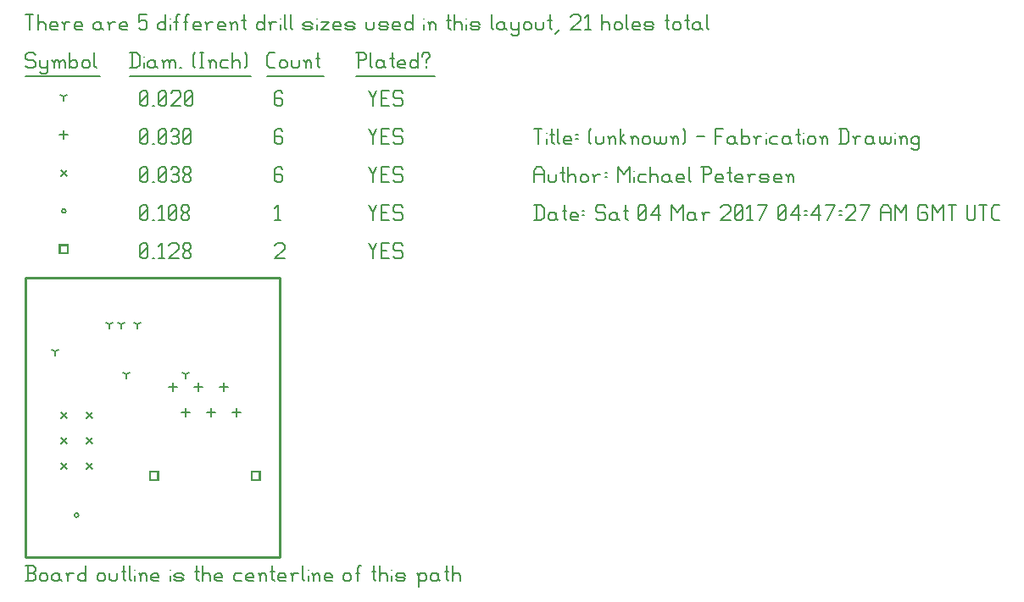
<source format=gbr>
G04 start of page 12 for group -3984 idx -3984 *
G04 Title: (unknown), fab *
G04 Creator: pcb 20140316 *
G04 CreationDate: Sat 04 Mar 2017 04:47:27 AM GMT UTC *
G04 For: petersen *
G04 Format: Gerber/RS-274X *
G04 PCB-Dimensions (mil): 1000.00 1100.00 *
G04 PCB-Coordinate-Origin: lower left *
%MOIN*%
%FSLAX25Y25*%
%LNFAB*%
%ADD72C,0.0100*%
%ADD71C,0.0075*%
%ADD70C,0.0060*%
%ADD69R,0.0080X0.0080*%
G54D69*X48900Y33600D02*X52100D01*
X48900D02*Y30400D01*
X52100D01*
Y33600D02*Y30400D01*
X88900Y33600D02*X92100D01*
X88900D02*Y30400D01*
X92100D01*
Y33600D02*Y30400D01*
X13400Y122850D02*X16600D01*
X13400D02*Y119650D01*
X16600D01*
Y122850D02*Y119650D01*
G54D70*X135000Y123500D02*X136500Y120500D01*
X138000Y123500D01*
X136500Y120500D02*Y117500D01*
X139800Y120800D02*X142050D01*
X139800Y117500D02*X142800D01*
X139800Y123500D02*Y117500D01*
Y123500D02*X142800D01*
X147600D02*X148350Y122750D01*
X145350Y123500D02*X147600D01*
X144600Y122750D02*X145350Y123500D01*
X144600Y122750D02*Y121250D01*
X145350Y120500D01*
X147600D01*
X148350Y119750D01*
Y118250D01*
X147600Y117500D02*X148350Y118250D01*
X145350Y117500D02*X147600D01*
X144600Y118250D02*X145350Y117500D01*
X98000Y122750D02*X98750Y123500D01*
X101000D01*
X101750Y122750D01*
Y121250D01*
X98000Y117500D02*X101750Y121250D01*
X98000Y117500D02*X101750D01*
X45000Y118250D02*X45750Y117500D01*
X45000Y122750D02*Y118250D01*
Y122750D02*X45750Y123500D01*
X47250D01*
X48000Y122750D01*
Y118250D01*
X47250Y117500D02*X48000Y118250D01*
X45750Y117500D02*X47250D01*
X45000Y119000D02*X48000Y122000D01*
X49800Y117500D02*X50550D01*
X52350Y122300D02*X53550Y123500D01*
Y117500D01*
X52350D02*X54600D01*
X56400Y122750D02*X57150Y123500D01*
X59400D01*
X60150Y122750D01*
Y121250D01*
X56400Y117500D02*X60150Y121250D01*
X56400Y117500D02*X60150D01*
X61950Y118250D02*X62700Y117500D01*
X61950Y119450D02*Y118250D01*
Y119450D02*X63000Y120500D01*
X63900D01*
X64950Y119450D01*
Y118250D01*
X64200Y117500D02*X64950Y118250D01*
X62700Y117500D02*X64200D01*
X61950Y121550D02*X63000Y120500D01*
X61950Y122750D02*Y121550D01*
Y122750D02*X62700Y123500D01*
X64200D01*
X64950Y122750D01*
Y121550D01*
X63900Y120500D02*X64950Y121550D01*
X19200Y16500D02*G75*G03X20800Y16500I800J0D01*G01*
G75*G03X19200Y16500I-800J0D01*G01*
X14200Y136250D02*G75*G03X15800Y136250I800J0D01*G01*
G75*G03X14200Y136250I-800J0D01*G01*
X135000Y138500D02*X136500Y135500D01*
X138000Y138500D01*
X136500Y135500D02*Y132500D01*
X139800Y135800D02*X142050D01*
X139800Y132500D02*X142800D01*
X139800Y138500D02*Y132500D01*
Y138500D02*X142800D01*
X147600D02*X148350Y137750D01*
X145350Y138500D02*X147600D01*
X144600Y137750D02*X145350Y138500D01*
X144600Y137750D02*Y136250D01*
X145350Y135500D01*
X147600D01*
X148350Y134750D01*
Y133250D01*
X147600Y132500D02*X148350Y133250D01*
X145350Y132500D02*X147600D01*
X144600Y133250D02*X145350Y132500D01*
X98000Y137300D02*X99200Y138500D01*
Y132500D01*
X98000D02*X100250D01*
X45000Y133250D02*X45750Y132500D01*
X45000Y137750D02*Y133250D01*
Y137750D02*X45750Y138500D01*
X47250D01*
X48000Y137750D01*
Y133250D01*
X47250Y132500D02*X48000Y133250D01*
X45750Y132500D02*X47250D01*
X45000Y134000D02*X48000Y137000D01*
X49800Y132500D02*X50550D01*
X52350Y137300D02*X53550Y138500D01*
Y132500D01*
X52350D02*X54600D01*
X56400Y133250D02*X57150Y132500D01*
X56400Y137750D02*Y133250D01*
Y137750D02*X57150Y138500D01*
X58650D01*
X59400Y137750D01*
Y133250D01*
X58650Y132500D02*X59400Y133250D01*
X57150Y132500D02*X58650D01*
X56400Y134000D02*X59400Y137000D01*
X61200Y133250D02*X61950Y132500D01*
X61200Y134450D02*Y133250D01*
Y134450D02*X62250Y135500D01*
X63150D01*
X64200Y134450D01*
Y133250D01*
X63450Y132500D02*X64200Y133250D01*
X61950Y132500D02*X63450D01*
X61200Y136550D02*X62250Y135500D01*
X61200Y137750D02*Y136550D01*
Y137750D02*X61950Y138500D01*
X63450D01*
X64200Y137750D01*
Y136550D01*
X63150Y135500D02*X64200Y136550D01*
X23800Y36900D02*X26200Y34500D01*
X23800D02*X26200Y36900D01*
X23800Y46900D02*X26200Y44500D01*
X23800D02*X26200Y46900D01*
X23800Y56900D02*X26200Y54500D01*
X23800D02*X26200Y56900D01*
X13800Y36900D02*X16200Y34500D01*
X13800D02*X16200Y36900D01*
X13800Y46900D02*X16200Y44500D01*
X13800D02*X16200Y46900D01*
X13800Y56900D02*X16200Y54500D01*
X13800D02*X16200Y56900D01*
X13800Y152450D02*X16200Y150050D01*
X13800D02*X16200Y152450D01*
X135000Y153500D02*X136500Y150500D01*
X138000Y153500D01*
X136500Y150500D02*Y147500D01*
X139800Y150800D02*X142050D01*
X139800Y147500D02*X142800D01*
X139800Y153500D02*Y147500D01*
Y153500D02*X142800D01*
X147600D02*X148350Y152750D01*
X145350Y153500D02*X147600D01*
X144600Y152750D02*X145350Y153500D01*
X144600Y152750D02*Y151250D01*
X145350Y150500D01*
X147600D01*
X148350Y149750D01*
Y148250D01*
X147600Y147500D02*X148350Y148250D01*
X145350Y147500D02*X147600D01*
X144600Y148250D02*X145350Y147500D01*
X100250Y153500D02*X101000Y152750D01*
X98750Y153500D02*X100250D01*
X98000Y152750D02*X98750Y153500D01*
X98000Y152750D02*Y148250D01*
X98750Y147500D01*
X100250Y150800D02*X101000Y150050D01*
X98000Y150800D02*X100250D01*
X98750Y147500D02*X100250D01*
X101000Y148250D01*
Y150050D02*Y148250D01*
X45000D02*X45750Y147500D01*
X45000Y152750D02*Y148250D01*
Y152750D02*X45750Y153500D01*
X47250D01*
X48000Y152750D01*
Y148250D01*
X47250Y147500D02*X48000Y148250D01*
X45750Y147500D02*X47250D01*
X45000Y149000D02*X48000Y152000D01*
X49800Y147500D02*X50550D01*
X52350Y148250D02*X53100Y147500D01*
X52350Y152750D02*Y148250D01*
Y152750D02*X53100Y153500D01*
X54600D01*
X55350Y152750D01*
Y148250D01*
X54600Y147500D02*X55350Y148250D01*
X53100Y147500D02*X54600D01*
X52350Y149000D02*X55350Y152000D01*
X57150Y152750D02*X57900Y153500D01*
X59400D01*
X60150Y152750D01*
X59400Y147500D02*X60150Y148250D01*
X57900Y147500D02*X59400D01*
X57150Y148250D02*X57900Y147500D01*
Y150800D02*X59400D01*
X60150Y152750D02*Y151550D01*
Y150050D02*Y148250D01*
Y150050D02*X59400Y150800D01*
X60150Y151550D02*X59400Y150800D01*
X61950Y148250D02*X62700Y147500D01*
X61950Y149450D02*Y148250D01*
Y149450D02*X63000Y150500D01*
X63900D01*
X64950Y149450D01*
Y148250D01*
X64200Y147500D02*X64950Y148250D01*
X62700Y147500D02*X64200D01*
X61950Y151550D02*X63000Y150500D01*
X61950Y152750D02*Y151550D01*
Y152750D02*X62700Y153500D01*
X64200D01*
X64950Y152750D01*
Y151550D01*
X63900Y150500D02*X64950Y151550D01*
X58000Y68600D02*Y65400D01*
X56400Y67000D02*X59600D01*
X63000Y58600D02*Y55400D01*
X61400Y57000D02*X64600D01*
X68000Y68600D02*Y65400D01*
X66400Y67000D02*X69600D01*
X73000Y58600D02*Y55400D01*
X71400Y57000D02*X74600D01*
X78000Y68600D02*Y65400D01*
X76400Y67000D02*X79600D01*
X83000Y58600D02*Y55400D01*
X81400Y57000D02*X84600D01*
X15000Y167850D02*Y164650D01*
X13400Y166250D02*X16600D01*
X135000Y168500D02*X136500Y165500D01*
X138000Y168500D01*
X136500Y165500D02*Y162500D01*
X139800Y165800D02*X142050D01*
X139800Y162500D02*X142800D01*
X139800Y168500D02*Y162500D01*
Y168500D02*X142800D01*
X147600D02*X148350Y167750D01*
X145350Y168500D02*X147600D01*
X144600Y167750D02*X145350Y168500D01*
X144600Y167750D02*Y166250D01*
X145350Y165500D01*
X147600D01*
X148350Y164750D01*
Y163250D01*
X147600Y162500D02*X148350Y163250D01*
X145350Y162500D02*X147600D01*
X144600Y163250D02*X145350Y162500D01*
X100250Y168500D02*X101000Y167750D01*
X98750Y168500D02*X100250D01*
X98000Y167750D02*X98750Y168500D01*
X98000Y167750D02*Y163250D01*
X98750Y162500D01*
X100250Y165800D02*X101000Y165050D01*
X98000Y165800D02*X100250D01*
X98750Y162500D02*X100250D01*
X101000Y163250D01*
Y165050D02*Y163250D01*
X45000D02*X45750Y162500D01*
X45000Y167750D02*Y163250D01*
Y167750D02*X45750Y168500D01*
X47250D01*
X48000Y167750D01*
Y163250D01*
X47250Y162500D02*X48000Y163250D01*
X45750Y162500D02*X47250D01*
X45000Y164000D02*X48000Y167000D01*
X49800Y162500D02*X50550D01*
X52350Y163250D02*X53100Y162500D01*
X52350Y167750D02*Y163250D01*
Y167750D02*X53100Y168500D01*
X54600D01*
X55350Y167750D01*
Y163250D01*
X54600Y162500D02*X55350Y163250D01*
X53100Y162500D02*X54600D01*
X52350Y164000D02*X55350Y167000D01*
X57150Y167750D02*X57900Y168500D01*
X59400D01*
X60150Y167750D01*
X59400Y162500D02*X60150Y163250D01*
X57900Y162500D02*X59400D01*
X57150Y163250D02*X57900Y162500D01*
Y165800D02*X59400D01*
X60150Y167750D02*Y166550D01*
Y165050D02*Y163250D01*
Y165050D02*X59400Y165800D01*
X60150Y166550D02*X59400Y165800D01*
X61950Y163250D02*X62700Y162500D01*
X61950Y167750D02*Y163250D01*
Y167750D02*X62700Y168500D01*
X64200D01*
X64950Y167750D01*
Y163250D01*
X64200Y162500D02*X64950Y163250D01*
X62700Y162500D02*X64200D01*
X61950Y164000D02*X64950Y167000D01*
X33000Y91500D02*Y89900D01*
Y91500D02*X34387Y92300D01*
X33000Y91500D02*X31613Y92300D01*
X37500Y91500D02*Y89900D01*
Y91500D02*X38887Y92300D01*
X37500Y91500D02*X36113Y92300D01*
X44000Y91500D02*Y89900D01*
Y91500D02*X45387Y92300D01*
X44000Y91500D02*X42613Y92300D01*
X11652Y81000D02*Y79400D01*
Y81000D02*X13039Y81800D01*
X11652Y81000D02*X10265Y81800D01*
X63000Y72000D02*Y70400D01*
Y72000D02*X64387Y72800D01*
X63000Y72000D02*X61613Y72800D01*
X39500Y72000D02*Y70400D01*
Y72000D02*X40887Y72800D01*
X39500Y72000D02*X38113Y72800D01*
X15000Y181250D02*Y179650D01*
Y181250D02*X16387Y182050D01*
X15000Y181250D02*X13613Y182050D01*
X135000Y183500D02*X136500Y180500D01*
X138000Y183500D01*
X136500Y180500D02*Y177500D01*
X139800Y180800D02*X142050D01*
X139800Y177500D02*X142800D01*
X139800Y183500D02*Y177500D01*
Y183500D02*X142800D01*
X147600D02*X148350Y182750D01*
X145350Y183500D02*X147600D01*
X144600Y182750D02*X145350Y183500D01*
X144600Y182750D02*Y181250D01*
X145350Y180500D01*
X147600D01*
X148350Y179750D01*
Y178250D01*
X147600Y177500D02*X148350Y178250D01*
X145350Y177500D02*X147600D01*
X144600Y178250D02*X145350Y177500D01*
X100250Y183500D02*X101000Y182750D01*
X98750Y183500D02*X100250D01*
X98000Y182750D02*X98750Y183500D01*
X98000Y182750D02*Y178250D01*
X98750Y177500D01*
X100250Y180800D02*X101000Y180050D01*
X98000Y180800D02*X100250D01*
X98750Y177500D02*X100250D01*
X101000Y178250D01*
Y180050D02*Y178250D01*
X45000D02*X45750Y177500D01*
X45000Y182750D02*Y178250D01*
Y182750D02*X45750Y183500D01*
X47250D01*
X48000Y182750D01*
Y178250D01*
X47250Y177500D02*X48000Y178250D01*
X45750Y177500D02*X47250D01*
X45000Y179000D02*X48000Y182000D01*
X49800Y177500D02*X50550D01*
X52350Y178250D02*X53100Y177500D01*
X52350Y182750D02*Y178250D01*
Y182750D02*X53100Y183500D01*
X54600D01*
X55350Y182750D01*
Y178250D01*
X54600Y177500D02*X55350Y178250D01*
X53100Y177500D02*X54600D01*
X52350Y179000D02*X55350Y182000D01*
X57150Y182750D02*X57900Y183500D01*
X60150D01*
X60900Y182750D01*
Y181250D01*
X57150Y177500D02*X60900Y181250D01*
X57150Y177500D02*X60900D01*
X62700Y178250D02*X63450Y177500D01*
X62700Y182750D02*Y178250D01*
Y182750D02*X63450Y183500D01*
X64950D01*
X65700Y182750D01*
Y178250D01*
X64950Y177500D02*X65700Y178250D01*
X63450Y177500D02*X64950D01*
X62700Y179000D02*X65700Y182000D01*
X3000Y198500D02*X3750Y197750D01*
X750Y198500D02*X3000D01*
X0Y197750D02*X750Y198500D01*
X0Y197750D02*Y196250D01*
X750Y195500D01*
X3000D01*
X3750Y194750D01*
Y193250D01*
X3000Y192500D02*X3750Y193250D01*
X750Y192500D02*X3000D01*
X0Y193250D02*X750Y192500D01*
X5550Y195500D02*Y193250D01*
X6300Y192500D01*
X8550Y195500D02*Y191000D01*
X7800Y190250D02*X8550Y191000D01*
X6300Y190250D02*X7800D01*
X5550Y191000D02*X6300Y190250D01*
Y192500D02*X7800D01*
X8550Y193250D01*
X11100Y194750D02*Y192500D01*
Y194750D02*X11850Y195500D01*
X12600D01*
X13350Y194750D01*
Y192500D01*
Y194750D02*X14100Y195500D01*
X14850D01*
X15600Y194750D01*
Y192500D01*
X10350Y195500D02*X11100Y194750D01*
X17400Y198500D02*Y192500D01*
Y193250D02*X18150Y192500D01*
X19650D01*
X20400Y193250D01*
Y194750D02*Y193250D01*
X19650Y195500D02*X20400Y194750D01*
X18150Y195500D02*X19650D01*
X17400Y194750D02*X18150Y195500D01*
X22200Y194750D02*Y193250D01*
Y194750D02*X22950Y195500D01*
X24450D01*
X25200Y194750D01*
Y193250D01*
X24450Y192500D02*X25200Y193250D01*
X22950Y192500D02*X24450D01*
X22200Y193250D02*X22950Y192500D01*
X27000Y198500D02*Y193250D01*
X27750Y192500D01*
X0Y189250D02*X29250D01*
X41750Y198500D02*Y192500D01*
X43700Y198500D02*X44750Y197450D01*
Y193550D01*
X43700Y192500D02*X44750Y193550D01*
X41000Y192500D02*X43700D01*
X41000Y198500D02*X43700D01*
G54D71*X46550Y197000D02*Y196850D01*
G54D70*Y194750D02*Y192500D01*
X50300Y195500D02*X51050Y194750D01*
X48800Y195500D02*X50300D01*
X48050Y194750D02*X48800Y195500D01*
X48050Y194750D02*Y193250D01*
X48800Y192500D01*
X51050Y195500D02*Y193250D01*
X51800Y192500D01*
X48800D02*X50300D01*
X51050Y193250D01*
X54350Y194750D02*Y192500D01*
Y194750D02*X55100Y195500D01*
X55850D01*
X56600Y194750D01*
Y192500D01*
Y194750D02*X57350Y195500D01*
X58100D01*
X58850Y194750D01*
Y192500D01*
X53600Y195500D02*X54350Y194750D01*
X60650Y192500D02*X61400D01*
X65900Y193250D02*X66650Y192500D01*
X65900Y197750D02*X66650Y198500D01*
X65900Y197750D02*Y193250D01*
X68450Y198500D02*X69950D01*
X69200D02*Y192500D01*
X68450D02*X69950D01*
X72500Y194750D02*Y192500D01*
Y194750D02*X73250Y195500D01*
X74000D01*
X74750Y194750D01*
Y192500D01*
X71750Y195500D02*X72500Y194750D01*
X77300Y195500D02*X79550D01*
X76550Y194750D02*X77300Y195500D01*
X76550Y194750D02*Y193250D01*
X77300Y192500D01*
X79550D01*
X81350Y198500D02*Y192500D01*
Y194750D02*X82100Y195500D01*
X83600D01*
X84350Y194750D01*
Y192500D01*
X86150Y198500D02*X86900Y197750D01*
Y193250D01*
X86150Y192500D02*X86900Y193250D01*
X41000Y189250D02*X88700D01*
X96050Y192500D02*X98000D01*
X95000Y193550D02*X96050Y192500D01*
X95000Y197450D02*Y193550D01*
Y197450D02*X96050Y198500D01*
X98000D01*
X99800Y194750D02*Y193250D01*
Y194750D02*X100550Y195500D01*
X102050D01*
X102800Y194750D01*
Y193250D01*
X102050Y192500D02*X102800Y193250D01*
X100550Y192500D02*X102050D01*
X99800Y193250D02*X100550Y192500D01*
X104600Y195500D02*Y193250D01*
X105350Y192500D01*
X106850D01*
X107600Y193250D01*
Y195500D02*Y193250D01*
X110150Y194750D02*Y192500D01*
Y194750D02*X110900Y195500D01*
X111650D01*
X112400Y194750D01*
Y192500D01*
X109400Y195500D02*X110150Y194750D01*
X114950Y198500D02*Y193250D01*
X115700Y192500D01*
X114200Y196250D02*X115700D01*
X95000Y189250D02*X117200D01*
X130750Y198500D02*Y192500D01*
X130000Y198500D02*X133000D01*
X133750Y197750D01*
Y196250D01*
X133000Y195500D02*X133750Y196250D01*
X130750Y195500D02*X133000D01*
X135550Y198500D02*Y193250D01*
X136300Y192500D01*
X140050Y195500D02*X140800Y194750D01*
X138550Y195500D02*X140050D01*
X137800Y194750D02*X138550Y195500D01*
X137800Y194750D02*Y193250D01*
X138550Y192500D01*
X140800Y195500D02*Y193250D01*
X141550Y192500D01*
X138550D02*X140050D01*
X140800Y193250D01*
X144100Y198500D02*Y193250D01*
X144850Y192500D01*
X143350Y196250D02*X144850D01*
X147100Y192500D02*X149350D01*
X146350Y193250D02*X147100Y192500D01*
X146350Y194750D02*Y193250D01*
Y194750D02*X147100Y195500D01*
X148600D01*
X149350Y194750D01*
X146350Y194000D02*X149350D01*
Y194750D02*Y194000D01*
X154150Y198500D02*Y192500D01*
X153400D02*X154150Y193250D01*
X151900Y192500D02*X153400D01*
X151150Y193250D02*X151900Y192500D01*
X151150Y194750D02*Y193250D01*
Y194750D02*X151900Y195500D01*
X153400D01*
X154150Y194750D01*
X157450Y195500D02*Y194750D01*
Y193250D02*Y192500D01*
X155950Y197750D02*Y197000D01*
Y197750D02*X156700Y198500D01*
X158200D01*
X158950Y197750D01*
Y197000D01*
X157450Y195500D02*X158950Y197000D01*
X130000Y189250D02*X160750D01*
X0Y213500D02*X3000D01*
X1500D02*Y207500D01*
X4800Y213500D02*Y207500D01*
Y209750D02*X5550Y210500D01*
X7050D01*
X7800Y209750D01*
Y207500D01*
X10350D02*X12600D01*
X9600Y208250D02*X10350Y207500D01*
X9600Y209750D02*Y208250D01*
Y209750D02*X10350Y210500D01*
X11850D01*
X12600Y209750D01*
X9600Y209000D02*X12600D01*
Y209750D02*Y209000D01*
X15150Y209750D02*Y207500D01*
Y209750D02*X15900Y210500D01*
X17400D01*
X14400D02*X15150Y209750D01*
X19950Y207500D02*X22200D01*
X19200Y208250D02*X19950Y207500D01*
X19200Y209750D02*Y208250D01*
Y209750D02*X19950Y210500D01*
X21450D01*
X22200Y209750D01*
X19200Y209000D02*X22200D01*
Y209750D02*Y209000D01*
X28950Y210500D02*X29700Y209750D01*
X27450Y210500D02*X28950D01*
X26700Y209750D02*X27450Y210500D01*
X26700Y209750D02*Y208250D01*
X27450Y207500D01*
X29700Y210500D02*Y208250D01*
X30450Y207500D01*
X27450D02*X28950D01*
X29700Y208250D01*
X33000Y209750D02*Y207500D01*
Y209750D02*X33750Y210500D01*
X35250D01*
X32250D02*X33000Y209750D01*
X37800Y207500D02*X40050D01*
X37050Y208250D02*X37800Y207500D01*
X37050Y209750D02*Y208250D01*
Y209750D02*X37800Y210500D01*
X39300D01*
X40050Y209750D01*
X37050Y209000D02*X40050D01*
Y209750D02*Y209000D01*
X44550Y213500D02*X47550D01*
X44550D02*Y210500D01*
X45300Y211250D01*
X46800D01*
X47550Y210500D01*
Y208250D01*
X46800Y207500D02*X47550Y208250D01*
X45300Y207500D02*X46800D01*
X44550Y208250D02*X45300Y207500D01*
X55050Y213500D02*Y207500D01*
X54300D02*X55050Y208250D01*
X52800Y207500D02*X54300D01*
X52050Y208250D02*X52800Y207500D01*
X52050Y209750D02*Y208250D01*
Y209750D02*X52800Y210500D01*
X54300D01*
X55050Y209750D01*
G54D71*X56850Y212000D02*Y211850D01*
G54D70*Y209750D02*Y207500D01*
X59100Y212750D02*Y207500D01*
Y212750D02*X59850Y213500D01*
X60600D01*
X58350Y210500D02*X59850D01*
X62850Y212750D02*Y207500D01*
Y212750D02*X63600Y213500D01*
X64350D01*
X62100Y210500D02*X63600D01*
X66600Y207500D02*X68850D01*
X65850Y208250D02*X66600Y207500D01*
X65850Y209750D02*Y208250D01*
Y209750D02*X66600Y210500D01*
X68100D01*
X68850Y209750D01*
X65850Y209000D02*X68850D01*
Y209750D02*Y209000D01*
X71400Y209750D02*Y207500D01*
Y209750D02*X72150Y210500D01*
X73650D01*
X70650D02*X71400Y209750D01*
X76200Y207500D02*X78450D01*
X75450Y208250D02*X76200Y207500D01*
X75450Y209750D02*Y208250D01*
Y209750D02*X76200Y210500D01*
X77700D01*
X78450Y209750D01*
X75450Y209000D02*X78450D01*
Y209750D02*Y209000D01*
X81000Y209750D02*Y207500D01*
Y209750D02*X81750Y210500D01*
X82500D01*
X83250Y209750D01*
Y207500D01*
X80250Y210500D02*X81000Y209750D01*
X85800Y213500D02*Y208250D01*
X86550Y207500D01*
X85050Y211250D02*X86550D01*
X93750Y213500D02*Y207500D01*
X93000D02*X93750Y208250D01*
X91500Y207500D02*X93000D01*
X90750Y208250D02*X91500Y207500D01*
X90750Y209750D02*Y208250D01*
Y209750D02*X91500Y210500D01*
X93000D01*
X93750Y209750D01*
X96300D02*Y207500D01*
Y209750D02*X97050Y210500D01*
X98550D01*
X95550D02*X96300Y209750D01*
G54D71*X100350Y212000D02*Y211850D01*
G54D70*Y209750D02*Y207500D01*
X101850Y213500D02*Y208250D01*
X102600Y207500D01*
X104100Y213500D02*Y208250D01*
X104850Y207500D01*
X109800D02*X112050D01*
X112800Y208250D01*
X112050Y209000D02*X112800Y208250D01*
X109800Y209000D02*X112050D01*
X109050Y209750D02*X109800Y209000D01*
X109050Y209750D02*X109800Y210500D01*
X112050D01*
X112800Y209750D01*
X109050Y208250D02*X109800Y207500D01*
G54D71*X114600Y212000D02*Y211850D01*
G54D70*Y209750D02*Y207500D01*
X116100Y210500D02*X119100D01*
X116100Y207500D02*X119100Y210500D01*
X116100Y207500D02*X119100D01*
X121650D02*X123900D01*
X120900Y208250D02*X121650Y207500D01*
X120900Y209750D02*Y208250D01*
Y209750D02*X121650Y210500D01*
X123150D01*
X123900Y209750D01*
X120900Y209000D02*X123900D01*
Y209750D02*Y209000D01*
X126450Y207500D02*X128700D01*
X129450Y208250D01*
X128700Y209000D02*X129450Y208250D01*
X126450Y209000D02*X128700D01*
X125700Y209750D02*X126450Y209000D01*
X125700Y209750D02*X126450Y210500D01*
X128700D01*
X129450Y209750D01*
X125700Y208250D02*X126450Y207500D01*
X133950Y210500D02*Y208250D01*
X134700Y207500D01*
X136200D01*
X136950Y208250D01*
Y210500D02*Y208250D01*
X139500Y207500D02*X141750D01*
X142500Y208250D01*
X141750Y209000D02*X142500Y208250D01*
X139500Y209000D02*X141750D01*
X138750Y209750D02*X139500Y209000D01*
X138750Y209750D02*X139500Y210500D01*
X141750D01*
X142500Y209750D01*
X138750Y208250D02*X139500Y207500D01*
X145050D02*X147300D01*
X144300Y208250D02*X145050Y207500D01*
X144300Y209750D02*Y208250D01*
Y209750D02*X145050Y210500D01*
X146550D01*
X147300Y209750D01*
X144300Y209000D02*X147300D01*
Y209750D02*Y209000D01*
X152100Y213500D02*Y207500D01*
X151350D02*X152100Y208250D01*
X149850Y207500D02*X151350D01*
X149100Y208250D02*X149850Y207500D01*
X149100Y209750D02*Y208250D01*
Y209750D02*X149850Y210500D01*
X151350D01*
X152100Y209750D01*
G54D71*X156600Y212000D02*Y211850D01*
G54D70*Y209750D02*Y207500D01*
X158850Y209750D02*Y207500D01*
Y209750D02*X159600Y210500D01*
X160350D01*
X161100Y209750D01*
Y207500D01*
X158100Y210500D02*X158850Y209750D01*
X166350Y213500D02*Y208250D01*
X167100Y207500D01*
X165600Y211250D02*X167100D01*
X168600Y213500D02*Y207500D01*
Y209750D02*X169350Y210500D01*
X170850D01*
X171600Y209750D01*
Y207500D01*
G54D71*X173400Y212000D02*Y211850D01*
G54D70*Y209750D02*Y207500D01*
X175650D02*X177900D01*
X178650Y208250D01*
X177900Y209000D02*X178650Y208250D01*
X175650Y209000D02*X177900D01*
X174900Y209750D02*X175650Y209000D01*
X174900Y209750D02*X175650Y210500D01*
X177900D01*
X178650Y209750D01*
X174900Y208250D02*X175650Y207500D01*
X183150Y213500D02*Y208250D01*
X183900Y207500D01*
X187650Y210500D02*X188400Y209750D01*
X186150Y210500D02*X187650D01*
X185400Y209750D02*X186150Y210500D01*
X185400Y209750D02*Y208250D01*
X186150Y207500D01*
X188400Y210500D02*Y208250D01*
X189150Y207500D01*
X186150D02*X187650D01*
X188400Y208250D01*
X190950Y210500D02*Y208250D01*
X191700Y207500D01*
X193950Y210500D02*Y206000D01*
X193200Y205250D02*X193950Y206000D01*
X191700Y205250D02*X193200D01*
X190950Y206000D02*X191700Y205250D01*
Y207500D02*X193200D01*
X193950Y208250D01*
X195750Y209750D02*Y208250D01*
Y209750D02*X196500Y210500D01*
X198000D01*
X198750Y209750D01*
Y208250D01*
X198000Y207500D02*X198750Y208250D01*
X196500Y207500D02*X198000D01*
X195750Y208250D02*X196500Y207500D01*
X200550Y210500D02*Y208250D01*
X201300Y207500D01*
X202800D01*
X203550Y208250D01*
Y210500D02*Y208250D01*
X206100Y213500D02*Y208250D01*
X206850Y207500D01*
X205350Y211250D02*X206850D01*
X208350Y206000D02*X209850Y207500D01*
X214350Y212750D02*X215100Y213500D01*
X217350D01*
X218100Y212750D01*
Y211250D01*
X214350Y207500D02*X218100Y211250D01*
X214350Y207500D02*X218100D01*
X219900Y212300D02*X221100Y213500D01*
Y207500D01*
X219900D02*X222150D01*
X226650Y213500D02*Y207500D01*
Y209750D02*X227400Y210500D01*
X228900D01*
X229650Y209750D01*
Y207500D01*
X231450Y209750D02*Y208250D01*
Y209750D02*X232200Y210500D01*
X233700D01*
X234450Y209750D01*
Y208250D01*
X233700Y207500D02*X234450Y208250D01*
X232200Y207500D02*X233700D01*
X231450Y208250D02*X232200Y207500D01*
X236250Y213500D02*Y208250D01*
X237000Y207500D01*
X239250D02*X241500D01*
X238500Y208250D02*X239250Y207500D01*
X238500Y209750D02*Y208250D01*
Y209750D02*X239250Y210500D01*
X240750D01*
X241500Y209750D01*
X238500Y209000D02*X241500D01*
Y209750D02*Y209000D01*
X244050Y207500D02*X246300D01*
X247050Y208250D01*
X246300Y209000D02*X247050Y208250D01*
X244050Y209000D02*X246300D01*
X243300Y209750D02*X244050Y209000D01*
X243300Y209750D02*X244050Y210500D01*
X246300D01*
X247050Y209750D01*
X243300Y208250D02*X244050Y207500D01*
X252300Y213500D02*Y208250D01*
X253050Y207500D01*
X251550Y211250D02*X253050D01*
X254550Y209750D02*Y208250D01*
Y209750D02*X255300Y210500D01*
X256800D01*
X257550Y209750D01*
Y208250D01*
X256800Y207500D02*X257550Y208250D01*
X255300Y207500D02*X256800D01*
X254550Y208250D02*X255300Y207500D01*
X260100Y213500D02*Y208250D01*
X260850Y207500D01*
X259350Y211250D02*X260850D01*
X264600Y210500D02*X265350Y209750D01*
X263100Y210500D02*X264600D01*
X262350Y209750D02*X263100Y210500D01*
X262350Y209750D02*Y208250D01*
X263100Y207500D01*
X265350Y210500D02*Y208250D01*
X266100Y207500D01*
X263100D02*X264600D01*
X265350Y208250D01*
X267900Y213500D02*Y208250D01*
X268650Y207500D01*
G54D72*X100000Y0D02*Y110000D01*
Y0D02*X0D01*
X100000Y110000D02*X0D01*
Y0D01*
G54D70*Y-9500D02*X3000D01*
X3750Y-8750D01*
Y-6950D02*Y-8750D01*
X3000Y-6200D02*X3750Y-6950D01*
X750Y-6200D02*X3000D01*
X750Y-3500D02*Y-9500D01*
X0Y-3500D02*X3000D01*
X3750Y-4250D01*
Y-5450D01*
X3000Y-6200D02*X3750Y-5450D01*
X5550Y-7250D02*Y-8750D01*
Y-7250D02*X6300Y-6500D01*
X7800D01*
X8550Y-7250D01*
Y-8750D01*
X7800Y-9500D02*X8550Y-8750D01*
X6300Y-9500D02*X7800D01*
X5550Y-8750D02*X6300Y-9500D01*
X12600Y-6500D02*X13350Y-7250D01*
X11100Y-6500D02*X12600D01*
X10350Y-7250D02*X11100Y-6500D01*
X10350Y-7250D02*Y-8750D01*
X11100Y-9500D01*
X13350Y-6500D02*Y-8750D01*
X14100Y-9500D01*
X11100D02*X12600D01*
X13350Y-8750D01*
X16650Y-7250D02*Y-9500D01*
Y-7250D02*X17400Y-6500D01*
X18900D01*
X15900D02*X16650Y-7250D01*
X23700Y-3500D02*Y-9500D01*
X22950D02*X23700Y-8750D01*
X21450Y-9500D02*X22950D01*
X20700Y-8750D02*X21450Y-9500D01*
X20700Y-7250D02*Y-8750D01*
Y-7250D02*X21450Y-6500D01*
X22950D01*
X23700Y-7250D01*
X28200D02*Y-8750D01*
Y-7250D02*X28950Y-6500D01*
X30450D01*
X31200Y-7250D01*
Y-8750D01*
X30450Y-9500D02*X31200Y-8750D01*
X28950Y-9500D02*X30450D01*
X28200Y-8750D02*X28950Y-9500D01*
X33000Y-6500D02*Y-8750D01*
X33750Y-9500D01*
X35250D01*
X36000Y-8750D01*
Y-6500D02*Y-8750D01*
X38550Y-3500D02*Y-8750D01*
X39300Y-9500D01*
X37800Y-5750D02*X39300D01*
X40800Y-3500D02*Y-8750D01*
X41550Y-9500D01*
G54D71*X43050Y-5000D02*Y-5150D01*
G54D70*Y-7250D02*Y-9500D01*
X45300Y-7250D02*Y-9500D01*
Y-7250D02*X46050Y-6500D01*
X46800D01*
X47550Y-7250D01*
Y-9500D01*
X44550Y-6500D02*X45300Y-7250D01*
X50100Y-9500D02*X52350D01*
X49350Y-8750D02*X50100Y-9500D01*
X49350Y-7250D02*Y-8750D01*
Y-7250D02*X50100Y-6500D01*
X51600D01*
X52350Y-7250D01*
X49350Y-8000D02*X52350D01*
Y-7250D02*Y-8000D01*
G54D71*X56850Y-5000D02*Y-5150D01*
G54D70*Y-7250D02*Y-9500D01*
X59100D02*X61350D01*
X62100Y-8750D01*
X61350Y-8000D02*X62100Y-8750D01*
X59100Y-8000D02*X61350D01*
X58350Y-7250D02*X59100Y-8000D01*
X58350Y-7250D02*X59100Y-6500D01*
X61350D01*
X62100Y-7250D01*
X58350Y-8750D02*X59100Y-9500D01*
X67350Y-3500D02*Y-8750D01*
X68100Y-9500D01*
X66600Y-5750D02*X68100D01*
X69600Y-3500D02*Y-9500D01*
Y-7250D02*X70350Y-6500D01*
X71850D01*
X72600Y-7250D01*
Y-9500D01*
X75150D02*X77400D01*
X74400Y-8750D02*X75150Y-9500D01*
X74400Y-7250D02*Y-8750D01*
Y-7250D02*X75150Y-6500D01*
X76650D01*
X77400Y-7250D01*
X74400Y-8000D02*X77400D01*
Y-7250D02*Y-8000D01*
X82650Y-6500D02*X84900D01*
X81900Y-7250D02*X82650Y-6500D01*
X81900Y-7250D02*Y-8750D01*
X82650Y-9500D01*
X84900D01*
X87450D02*X89700D01*
X86700Y-8750D02*X87450Y-9500D01*
X86700Y-7250D02*Y-8750D01*
Y-7250D02*X87450Y-6500D01*
X88950D01*
X89700Y-7250D01*
X86700Y-8000D02*X89700D01*
Y-7250D02*Y-8000D01*
X92250Y-7250D02*Y-9500D01*
Y-7250D02*X93000Y-6500D01*
X93750D01*
X94500Y-7250D01*
Y-9500D01*
X91500Y-6500D02*X92250Y-7250D01*
X97050Y-3500D02*Y-8750D01*
X97800Y-9500D01*
X96300Y-5750D02*X97800D01*
X100050Y-9500D02*X102300D01*
X99300Y-8750D02*X100050Y-9500D01*
X99300Y-7250D02*Y-8750D01*
Y-7250D02*X100050Y-6500D01*
X101550D01*
X102300Y-7250D01*
X99300Y-8000D02*X102300D01*
Y-7250D02*Y-8000D01*
X104850Y-7250D02*Y-9500D01*
Y-7250D02*X105600Y-6500D01*
X107100D01*
X104100D02*X104850Y-7250D01*
X108900Y-3500D02*Y-8750D01*
X109650Y-9500D01*
G54D71*X111150Y-5000D02*Y-5150D01*
G54D70*Y-7250D02*Y-9500D01*
X113400Y-7250D02*Y-9500D01*
Y-7250D02*X114150Y-6500D01*
X114900D01*
X115650Y-7250D01*
Y-9500D01*
X112650Y-6500D02*X113400Y-7250D01*
X118200Y-9500D02*X120450D01*
X117450Y-8750D02*X118200Y-9500D01*
X117450Y-7250D02*Y-8750D01*
Y-7250D02*X118200Y-6500D01*
X119700D01*
X120450Y-7250D01*
X117450Y-8000D02*X120450D01*
Y-7250D02*Y-8000D01*
X124950Y-7250D02*Y-8750D01*
Y-7250D02*X125700Y-6500D01*
X127200D01*
X127950Y-7250D01*
Y-8750D01*
X127200Y-9500D02*X127950Y-8750D01*
X125700Y-9500D02*X127200D01*
X124950Y-8750D02*X125700Y-9500D01*
X130500Y-4250D02*Y-9500D01*
Y-4250D02*X131250Y-3500D01*
X132000D01*
X129750Y-6500D02*X131250D01*
X136950Y-3500D02*Y-8750D01*
X137700Y-9500D01*
X136200Y-5750D02*X137700D01*
X139200Y-3500D02*Y-9500D01*
Y-7250D02*X139950Y-6500D01*
X141450D01*
X142200Y-7250D01*
Y-9500D01*
G54D71*X144000Y-5000D02*Y-5150D01*
G54D70*Y-7250D02*Y-9500D01*
X146250D02*X148500D01*
X149250Y-8750D01*
X148500Y-8000D02*X149250Y-8750D01*
X146250Y-8000D02*X148500D01*
X145500Y-7250D02*X146250Y-8000D01*
X145500Y-7250D02*X146250Y-6500D01*
X148500D01*
X149250Y-7250D01*
X145500Y-8750D02*X146250Y-9500D01*
X154500Y-7250D02*Y-11750D01*
X153750Y-6500D02*X154500Y-7250D01*
X155250Y-6500D01*
X156750D01*
X157500Y-7250D01*
Y-8750D01*
X156750Y-9500D02*X157500Y-8750D01*
X155250Y-9500D02*X156750D01*
X154500Y-8750D02*X155250Y-9500D01*
X161550Y-6500D02*X162300Y-7250D01*
X160050Y-6500D02*X161550D01*
X159300Y-7250D02*X160050Y-6500D01*
X159300Y-7250D02*Y-8750D01*
X160050Y-9500D01*
X162300Y-6500D02*Y-8750D01*
X163050Y-9500D01*
X160050D02*X161550D01*
X162300Y-8750D01*
X165600Y-3500D02*Y-8750D01*
X166350Y-9500D01*
X164850Y-5750D02*X166350D01*
X167850Y-3500D02*Y-9500D01*
Y-7250D02*X168600Y-6500D01*
X170100D01*
X170850Y-7250D01*
Y-9500D01*
X200750Y138500D02*Y132500D01*
X202700Y138500D02*X203750Y137450D01*
Y133550D01*
X202700Y132500D02*X203750Y133550D01*
X200000Y132500D02*X202700D01*
X200000Y138500D02*X202700D01*
X207800Y135500D02*X208550Y134750D01*
X206300Y135500D02*X207800D01*
X205550Y134750D02*X206300Y135500D01*
X205550Y134750D02*Y133250D01*
X206300Y132500D01*
X208550Y135500D02*Y133250D01*
X209300Y132500D01*
X206300D02*X207800D01*
X208550Y133250D01*
X211850Y138500D02*Y133250D01*
X212600Y132500D01*
X211100Y136250D02*X212600D01*
X214850Y132500D02*X217100D01*
X214100Y133250D02*X214850Y132500D01*
X214100Y134750D02*Y133250D01*
Y134750D02*X214850Y135500D01*
X216350D01*
X217100Y134750D01*
X214100Y134000D02*X217100D01*
Y134750D02*Y134000D01*
X218900Y136250D02*X219650D01*
X218900Y134750D02*X219650D01*
X227150Y138500D02*X227900Y137750D01*
X224900Y138500D02*X227150D01*
X224150Y137750D02*X224900Y138500D01*
X224150Y137750D02*Y136250D01*
X224900Y135500D01*
X227150D01*
X227900Y134750D01*
Y133250D01*
X227150Y132500D02*X227900Y133250D01*
X224900Y132500D02*X227150D01*
X224150Y133250D02*X224900Y132500D01*
X231950Y135500D02*X232700Y134750D01*
X230450Y135500D02*X231950D01*
X229700Y134750D02*X230450Y135500D01*
X229700Y134750D02*Y133250D01*
X230450Y132500D01*
X232700Y135500D02*Y133250D01*
X233450Y132500D01*
X230450D02*X231950D01*
X232700Y133250D01*
X236000Y138500D02*Y133250D01*
X236750Y132500D01*
X235250Y136250D02*X236750D01*
X240950Y133250D02*X241700Y132500D01*
X240950Y137750D02*Y133250D01*
Y137750D02*X241700Y138500D01*
X243200D01*
X243950Y137750D01*
Y133250D01*
X243200Y132500D02*X243950Y133250D01*
X241700Y132500D02*X243200D01*
X240950Y134000D02*X243950Y137000D01*
X245750Y134750D02*X248750Y138500D01*
X245750Y134750D02*X249500D01*
X248750Y138500D02*Y132500D01*
X254000Y138500D02*Y132500D01*
Y138500D02*X256250Y135500D01*
X258500Y138500D01*
Y132500D01*
X262550Y135500D02*X263300Y134750D01*
X261050Y135500D02*X262550D01*
X260300Y134750D02*X261050Y135500D01*
X260300Y134750D02*Y133250D01*
X261050Y132500D01*
X263300Y135500D02*Y133250D01*
X264050Y132500D01*
X261050D02*X262550D01*
X263300Y133250D01*
X266600Y134750D02*Y132500D01*
Y134750D02*X267350Y135500D01*
X268850D01*
X265850D02*X266600Y134750D01*
X273350Y137750D02*X274100Y138500D01*
X276350D01*
X277100Y137750D01*
Y136250D01*
X273350Y132500D02*X277100Y136250D01*
X273350Y132500D02*X277100D01*
X278900Y133250D02*X279650Y132500D01*
X278900Y137750D02*Y133250D01*
Y137750D02*X279650Y138500D01*
X281150D01*
X281900Y137750D01*
Y133250D01*
X281150Y132500D02*X281900Y133250D01*
X279650Y132500D02*X281150D01*
X278900Y134000D02*X281900Y137000D01*
X283700Y137300D02*X284900Y138500D01*
Y132500D01*
X283700D02*X285950D01*
X288500D02*X291500Y138500D01*
X287750D02*X291500D01*
X296000Y133250D02*X296750Y132500D01*
X296000Y137750D02*Y133250D01*
Y137750D02*X296750Y138500D01*
X298250D01*
X299000Y137750D01*
Y133250D01*
X298250Y132500D02*X299000Y133250D01*
X296750Y132500D02*X298250D01*
X296000Y134000D02*X299000Y137000D01*
X300800Y134750D02*X303800Y138500D01*
X300800Y134750D02*X304550D01*
X303800Y138500D02*Y132500D01*
X306350Y136250D02*X307100D01*
X306350Y134750D02*X307100D01*
X308900D02*X311900Y138500D01*
X308900Y134750D02*X312650D01*
X311900Y138500D02*Y132500D01*
X315200D02*X318200Y138500D01*
X314450D02*X318200D01*
X320000Y136250D02*X320750D01*
X320000Y134750D02*X320750D01*
X322550Y137750D02*X323300Y138500D01*
X325550D01*
X326300Y137750D01*
Y136250D01*
X322550Y132500D02*X326300Y136250D01*
X322550Y132500D02*X326300D01*
X328850D02*X331850Y138500D01*
X328100D02*X331850D01*
X336350Y137000D02*Y132500D01*
Y137000D02*X337400Y138500D01*
X339050D01*
X340100Y137000D01*
Y132500D01*
X336350Y135500D02*X340100D01*
X341900Y138500D02*Y132500D01*
Y138500D02*X344150Y135500D01*
X346400Y138500D01*
Y132500D01*
X353900Y138500D02*X354650Y137750D01*
X351650Y138500D02*X353900D01*
X350900Y137750D02*X351650Y138500D01*
X350900Y137750D02*Y133250D01*
X351650Y132500D01*
X353900D01*
X354650Y133250D01*
Y134750D02*Y133250D01*
X353900Y135500D02*X354650Y134750D01*
X352400Y135500D02*X353900D01*
X356450Y138500D02*Y132500D01*
Y138500D02*X358700Y135500D01*
X360950Y138500D01*
Y132500D01*
X362750Y138500D02*X365750D01*
X364250D02*Y132500D01*
X370250Y138500D02*Y133250D01*
X371000Y132500D01*
X372500D01*
X373250Y133250D01*
Y138500D02*Y133250D01*
X375050Y138500D02*X378050D01*
X376550D02*Y132500D01*
X380900D02*X382850D01*
X379850Y133550D02*X380900Y132500D01*
X379850Y137450D02*Y133550D01*
Y137450D02*X380900Y138500D01*
X382850D01*
X200000Y152000D02*Y147500D01*
Y152000D02*X201050Y153500D01*
X202700D01*
X203750Y152000D01*
Y147500D01*
X200000Y150500D02*X203750D01*
X205550D02*Y148250D01*
X206300Y147500D01*
X207800D01*
X208550Y148250D01*
Y150500D02*Y148250D01*
X211100Y153500D02*Y148250D01*
X211850Y147500D01*
X210350Y151250D02*X211850D01*
X213350Y153500D02*Y147500D01*
Y149750D02*X214100Y150500D01*
X215600D01*
X216350Y149750D01*
Y147500D01*
X218150Y149750D02*Y148250D01*
Y149750D02*X218900Y150500D01*
X220400D01*
X221150Y149750D01*
Y148250D01*
X220400Y147500D02*X221150Y148250D01*
X218900Y147500D02*X220400D01*
X218150Y148250D02*X218900Y147500D01*
X223700Y149750D02*Y147500D01*
Y149750D02*X224450Y150500D01*
X225950D01*
X222950D02*X223700Y149750D01*
X227750Y151250D02*X228500D01*
X227750Y149750D02*X228500D01*
X233000Y153500D02*Y147500D01*
Y153500D02*X235250Y150500D01*
X237500Y153500D01*
Y147500D01*
G54D71*X239300Y152000D02*Y151850D01*
G54D70*Y149750D02*Y147500D01*
X241550Y150500D02*X243800D01*
X240800Y149750D02*X241550Y150500D01*
X240800Y149750D02*Y148250D01*
X241550Y147500D01*
X243800D01*
X245600Y153500D02*Y147500D01*
Y149750D02*X246350Y150500D01*
X247850D01*
X248600Y149750D01*
Y147500D01*
X252650Y150500D02*X253400Y149750D01*
X251150Y150500D02*X252650D01*
X250400Y149750D02*X251150Y150500D01*
X250400Y149750D02*Y148250D01*
X251150Y147500D01*
X253400Y150500D02*Y148250D01*
X254150Y147500D01*
X251150D02*X252650D01*
X253400Y148250D01*
X256700Y147500D02*X258950D01*
X255950Y148250D02*X256700Y147500D01*
X255950Y149750D02*Y148250D01*
Y149750D02*X256700Y150500D01*
X258200D01*
X258950Y149750D01*
X255950Y149000D02*X258950D01*
Y149750D02*Y149000D01*
X260750Y153500D02*Y148250D01*
X261500Y147500D01*
X266450Y153500D02*Y147500D01*
X265700Y153500D02*X268700D01*
X269450Y152750D01*
Y151250D01*
X268700Y150500D02*X269450Y151250D01*
X266450Y150500D02*X268700D01*
X272000Y147500D02*X274250D01*
X271250Y148250D02*X272000Y147500D01*
X271250Y149750D02*Y148250D01*
Y149750D02*X272000Y150500D01*
X273500D01*
X274250Y149750D01*
X271250Y149000D02*X274250D01*
Y149750D02*Y149000D01*
X276800Y153500D02*Y148250D01*
X277550Y147500D01*
X276050Y151250D02*X277550D01*
X279800Y147500D02*X282050D01*
X279050Y148250D02*X279800Y147500D01*
X279050Y149750D02*Y148250D01*
Y149750D02*X279800Y150500D01*
X281300D01*
X282050Y149750D01*
X279050Y149000D02*X282050D01*
Y149750D02*Y149000D01*
X284600Y149750D02*Y147500D01*
Y149750D02*X285350Y150500D01*
X286850D01*
X283850D02*X284600Y149750D01*
X289400Y147500D02*X291650D01*
X292400Y148250D01*
X291650Y149000D02*X292400Y148250D01*
X289400Y149000D02*X291650D01*
X288650Y149750D02*X289400Y149000D01*
X288650Y149750D02*X289400Y150500D01*
X291650D01*
X292400Y149750D01*
X288650Y148250D02*X289400Y147500D01*
X294950D02*X297200D01*
X294200Y148250D02*X294950Y147500D01*
X294200Y149750D02*Y148250D01*
Y149750D02*X294950Y150500D01*
X296450D01*
X297200Y149750D01*
X294200Y149000D02*X297200D01*
Y149750D02*Y149000D01*
X299750Y149750D02*Y147500D01*
Y149750D02*X300500Y150500D01*
X301250D01*
X302000Y149750D01*
Y147500D01*
X299000Y150500D02*X299750Y149750D01*
X200000Y168500D02*X203000D01*
X201500D02*Y162500D01*
G54D71*X204800Y167000D02*Y166850D01*
G54D70*Y164750D02*Y162500D01*
X207050Y168500D02*Y163250D01*
X207800Y162500D01*
X206300Y166250D02*X207800D01*
X209300Y168500D02*Y163250D01*
X210050Y162500D01*
X212300D02*X214550D01*
X211550Y163250D02*X212300Y162500D01*
X211550Y164750D02*Y163250D01*
Y164750D02*X212300Y165500D01*
X213800D01*
X214550Y164750D01*
X211550Y164000D02*X214550D01*
Y164750D02*Y164000D01*
X216350Y166250D02*X217100D01*
X216350Y164750D02*X217100D01*
X221600Y163250D02*X222350Y162500D01*
X221600Y167750D02*X222350Y168500D01*
X221600Y167750D02*Y163250D01*
X224150Y165500D02*Y163250D01*
X224900Y162500D01*
X226400D01*
X227150Y163250D01*
Y165500D02*Y163250D01*
X229700Y164750D02*Y162500D01*
Y164750D02*X230450Y165500D01*
X231200D01*
X231950Y164750D01*
Y162500D01*
X228950Y165500D02*X229700Y164750D01*
X233750Y168500D02*Y162500D01*
Y164750D02*X236000Y162500D01*
X233750Y164750D02*X235250Y166250D01*
X238550Y164750D02*Y162500D01*
Y164750D02*X239300Y165500D01*
X240050D01*
X240800Y164750D01*
Y162500D01*
X237800Y165500D02*X238550Y164750D01*
X242600D02*Y163250D01*
Y164750D02*X243350Y165500D01*
X244850D01*
X245600Y164750D01*
Y163250D01*
X244850Y162500D02*X245600Y163250D01*
X243350Y162500D02*X244850D01*
X242600Y163250D02*X243350Y162500D01*
X247400Y165500D02*Y163250D01*
X248150Y162500D01*
X248900D01*
X249650Y163250D01*
Y165500D02*Y163250D01*
X250400Y162500D01*
X251150D01*
X251900Y163250D01*
Y165500D02*Y163250D01*
X254450Y164750D02*Y162500D01*
Y164750D02*X255200Y165500D01*
X255950D01*
X256700Y164750D01*
Y162500D01*
X253700Y165500D02*X254450Y164750D01*
X258500Y168500D02*X259250Y167750D01*
Y163250D01*
X258500Y162500D02*X259250Y163250D01*
X263750Y165500D02*X266750D01*
X271250Y168500D02*Y162500D01*
Y168500D02*X274250D01*
X271250Y165800D02*X273500D01*
X278300Y165500D02*X279050Y164750D01*
X276800Y165500D02*X278300D01*
X276050Y164750D02*X276800Y165500D01*
X276050Y164750D02*Y163250D01*
X276800Y162500D01*
X279050Y165500D02*Y163250D01*
X279800Y162500D01*
X276800D02*X278300D01*
X279050Y163250D01*
X281600Y168500D02*Y162500D01*
Y163250D02*X282350Y162500D01*
X283850D01*
X284600Y163250D01*
Y164750D02*Y163250D01*
X283850Y165500D02*X284600Y164750D01*
X282350Y165500D02*X283850D01*
X281600Y164750D02*X282350Y165500D01*
X287150Y164750D02*Y162500D01*
Y164750D02*X287900Y165500D01*
X289400D01*
X286400D02*X287150Y164750D01*
G54D71*X291200Y167000D02*Y166850D01*
G54D70*Y164750D02*Y162500D01*
X293450Y165500D02*X295700D01*
X292700Y164750D02*X293450Y165500D01*
X292700Y164750D02*Y163250D01*
X293450Y162500D01*
X295700D01*
X299750Y165500D02*X300500Y164750D01*
X298250Y165500D02*X299750D01*
X297500Y164750D02*X298250Y165500D01*
X297500Y164750D02*Y163250D01*
X298250Y162500D01*
X300500Y165500D02*Y163250D01*
X301250Y162500D01*
X298250D02*X299750D01*
X300500Y163250D01*
X303800Y168500D02*Y163250D01*
X304550Y162500D01*
X303050Y166250D02*X304550D01*
G54D71*X306050Y167000D02*Y166850D01*
G54D70*Y164750D02*Y162500D01*
X307550Y164750D02*Y163250D01*
Y164750D02*X308300Y165500D01*
X309800D01*
X310550Y164750D01*
Y163250D01*
X309800Y162500D02*X310550Y163250D01*
X308300Y162500D02*X309800D01*
X307550Y163250D02*X308300Y162500D01*
X313100Y164750D02*Y162500D01*
Y164750D02*X313850Y165500D01*
X314600D01*
X315350Y164750D01*
Y162500D01*
X312350Y165500D02*X313100Y164750D01*
X320600Y168500D02*Y162500D01*
X322550Y168500D02*X323600Y167450D01*
Y163550D01*
X322550Y162500D02*X323600Y163550D01*
X319850Y162500D02*X322550D01*
X319850Y168500D02*X322550D01*
X326150Y164750D02*Y162500D01*
Y164750D02*X326900Y165500D01*
X328400D01*
X325400D02*X326150Y164750D01*
X332450Y165500D02*X333200Y164750D01*
X330950Y165500D02*X332450D01*
X330200Y164750D02*X330950Y165500D01*
X330200Y164750D02*Y163250D01*
X330950Y162500D01*
X333200Y165500D02*Y163250D01*
X333950Y162500D01*
X330950D02*X332450D01*
X333200Y163250D01*
X335750Y165500D02*Y163250D01*
X336500Y162500D01*
X337250D01*
X338000Y163250D01*
Y165500D02*Y163250D01*
X338750Y162500D01*
X339500D01*
X340250Y163250D01*
Y165500D02*Y163250D01*
G54D71*X342050Y167000D02*Y166850D01*
G54D70*Y164750D02*Y162500D01*
X344300Y164750D02*Y162500D01*
Y164750D02*X345050Y165500D01*
X345800D01*
X346550Y164750D01*
Y162500D01*
X343550Y165500D02*X344300Y164750D01*
X350600Y165500D02*X351350Y164750D01*
X349100Y165500D02*X350600D01*
X348350Y164750D02*X349100Y165500D01*
X348350Y164750D02*Y163250D01*
X349100Y162500D01*
X350600D01*
X351350Y163250D01*
X348350Y161000D02*X349100Y160250D01*
X350600D01*
X351350Y161000D01*
Y165500D02*Y161000D01*
M02*

</source>
